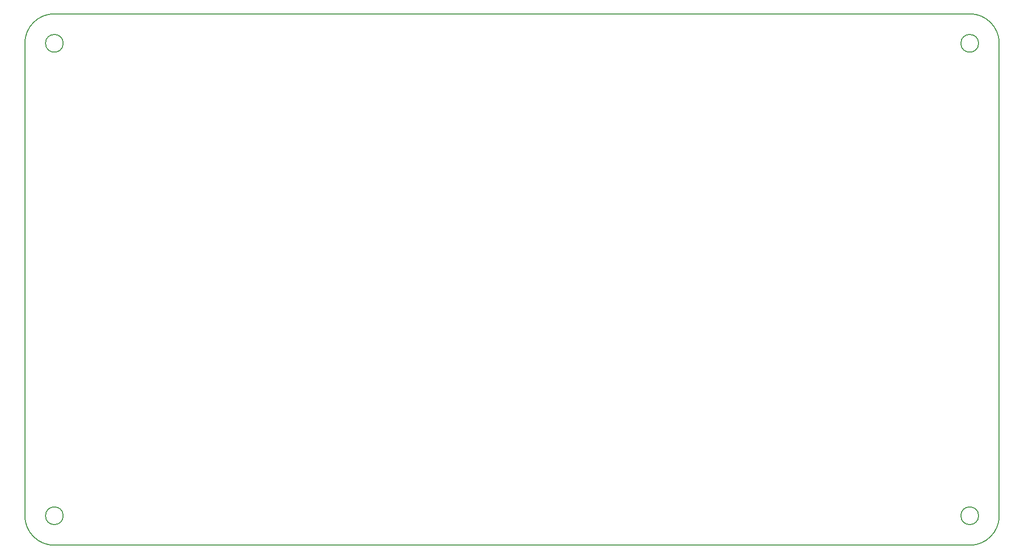
<source format=gbr>
%TF.GenerationSoftware,KiCad,Pcbnew,(5.1.10)-1*%
%TF.CreationDate,2024-11-23T17:23:43+01:00*%
%TF.ProjectId,EFES_project,45464553-5f70-4726-9f6a-6563742e6b69,rev?*%
%TF.SameCoordinates,Original*%
%TF.FileFunction,Profile,NP*%
%FSLAX46Y46*%
G04 Gerber Fmt 4.6, Leading zero omitted, Abs format (unit mm)*
G04 Created by KiCad (PCBNEW (5.1.10)-1) date 2024-11-23 17:23:43*
%MOMM*%
%LPD*%
G01*
G04 APERTURE LIST*
%TA.AperFunction,Profile*%
%ADD10C,0.150000*%
%TD*%
G04 APERTURE END LIST*
D10*
X86500000Y-35500000D02*
G75*
G03*
X86500000Y-35500000I-1500000J0D01*
G01*
X80000000Y-35500000D02*
G75*
G02*
X85000000Y-30500000I5000000J0D01*
G01*
X86500000Y-115570000D02*
G75*
G03*
X86500000Y-115570000I-1500000J0D01*
G01*
X85000000Y-120570000D02*
G75*
G02*
X80000000Y-115570000I0J5000000D01*
G01*
X241500000Y-115570000D02*
G75*
G03*
X241500000Y-115570000I-1500000J0D01*
G01*
X245000000Y-115570000D02*
G75*
G02*
X240000000Y-120570000I-5000000J0D01*
G01*
X241500000Y-35500000D02*
G75*
G03*
X241500000Y-35500000I-1500000J0D01*
G01*
X240000000Y-30500000D02*
G75*
G02*
X245000000Y-35500000I0J-5000000D01*
G01*
X85000000Y-120570000D02*
X240000000Y-120570000D01*
X80000000Y-35500000D02*
X80000000Y-115570000D01*
X240000000Y-30500000D02*
X85000000Y-30500000D01*
X245000000Y-115570000D02*
X245000000Y-35500000D01*
M02*

</source>
